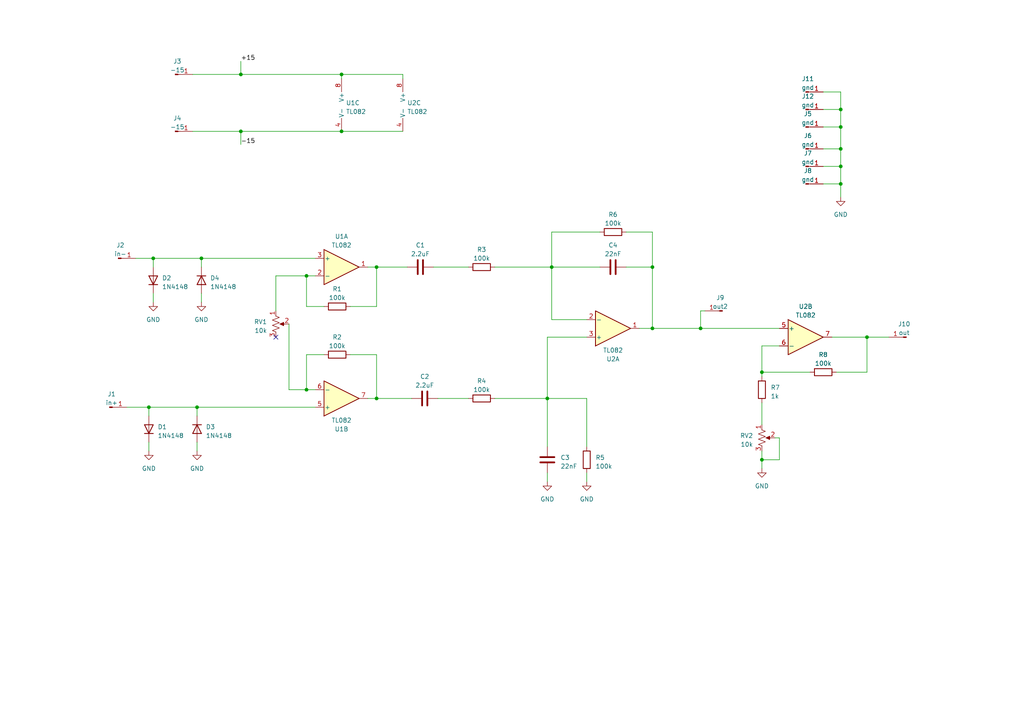
<source format=kicad_sch>
(kicad_sch (version 20230121) (generator eeschema)
  (paper "A4")
  (lib_symbols
    (symbol "Amplifier_Operational:TL082" (pin_names (offset 0.127))
      (property "Reference" "U" (at 0 5.08 0))
      (property "Value" "TL082" (at 0 -5.08 0))
      (symbol "TL082_1_1"
        (polyline (pts (xy -5.08 5.08) (xy 5.08 0) (xy -5.08 -5.08) (xy -5.08 5.08)) (stroke (width 0.254)) (fill (type background)))
        (pin output line (at 7.62 0 180) (length 2.54) (name "~") (number "1"))
        (pin input line (at -7.62 -2.54 0) (length 2.54) (name "-") (number "2"))
        (pin input line (at -7.62 2.54 0) (length 2.54) (name "+") (number "3"))
      )
      (symbol "TL082_2_1"
        (polyline (pts (xy -5.08 5.08) (xy 5.08 0) (xy -5.08 -5.08) (xy -5.08 5.08)) (stroke (width 0.254)) (fill (type background)))
        (pin input line (at -7.62 2.54 0) (length 2.54) (name "+") (number "5"))
        (pin input line (at -7.62 -2.54 0) (length 2.54) (name "-") (number "6"))
        (pin output line (at 7.62 0 180) (length 2.54) (name "~") (number "7"))
      )
      (symbol "TL082_3_1"
        (pin power_in line (at -2.54 -7.62 90) (length 3.81) (name "V-") (number "4"))
        (pin power_in line (at -2.54 7.62 270) (length 3.81) (name "V+") (number "8"))
      )
    )
    (symbol "Connector:Conn_01x01_Pin" (pin_names (offset 1.016) hide)
      (property "Reference" "J" (at 0 2.54 0))
      (property "Value" "Conn_01x01_Pin" (at 0 -2.54 0))
      (symbol "Conn_01x01_Pin_1_1"
        (polyline (pts (xy 1.27 0) (xy 0.8636 0)) (stroke (width 0.1524)))
        (rectangle (start 0.8636 0.127) (end 0 -0.127) (stroke (width 0.1524)) (fill (type outline)))
        (pin passive line (at 5.08 0 180) (length 3.81) (name "Pin_1") (number "1"))
      )
    )
    (symbol "Device:C" (pin_numbers hide) (pin_names (offset 0.254))
      (property "Reference" "C" (at 0.635 2.54 0))
      (property "Value" "C" (at 0.635 -2.54 0))
      (symbol "C_0_1"
        (polyline (pts (xy -2.032 -0.762) (xy 2.032 -0.762)) (stroke (width 0.508)))
        (polyline (pts (xy -2.032 0.762) (xy 2.032 0.762)) (stroke (width 0.508)))
      )
      (symbol "C_1_1"
        (pin passive line (at 0 3.81 270) (length 2.794) (name "~") (number "1"))
        (pin passive line (at 0 -3.81 90) (length 2.794) (name "~") (number "2"))
      )
    )
    (symbol "Device:R" (pin_numbers hide) (pin_names (offset 0))
      (property "Reference" "R" (at 2.032 0 90))
      (property "Value" "R" (at 0 0 90))
      (symbol "R_0_1"
        (rectangle (start -1.016 -2.54) (end 1.016 2.54) (stroke (width 0.254)))
      )
      (symbol "R_1_1"
        (pin passive line (at 0 3.81 270) (length 1.27) (name "~") (number "1"))
        (pin passive line (at 0 -3.81 90) (length 1.27) (name "~") (number "2"))
      )
    )
    (symbol "Device:R_Potentiometer_US" (pin_names (offset 1.016) hide)
      (property "Reference" "RV" (at -4.445 0 90))
      (property "Value" "R_Potentiometer_US" (at -2.54 0 90))
      (symbol "R_Potentiometer_US_0_1"
        (polyline (pts (xy 0 -2.286) (xy 0 -2.54)))
        (polyline (pts (xy 0 2.54) (xy 0 2.286)))
        (polyline (pts (xy 2.54 0) (xy 1.524 0)))
        (polyline (pts (xy 1.143 0) (xy 2.286 0.508) (xy 2.286 -0.508) (xy 1.143 0)) (fill (type outline)))
        (polyline (pts (xy 0 -0.762) (xy 1.016 -1.143) (xy 0 -1.524) (xy -1.016 -1.905) (xy 0 -2.286)))
        (polyline (pts (xy 0 0.762) (xy 1.016 0.381) (xy 0 0) (xy -1.016 -0.381) (xy 0 -0.762)))
        (polyline (pts (xy 0 2.286) (xy 1.016 1.905) (xy 0 1.524) (xy -1.016 1.143) (xy 0 0.762)))
      )
      (symbol "R_Potentiometer_US_1_1"
        (pin passive line (at 0 3.81 270) (length 1.27) (name "1") (number "1"))
        (pin passive line (at 3.81 0 180) (length 1.27) (name "2") (number "2"))
        (pin passive line (at 0 -3.81 90) (length 1.27) (name "3") (number "3"))
      )
    )
    (symbol "Diode:1N4148" (pin_numbers hide) (pin_names hide)
      (property "Reference" "D" (at 0 2.54 0))
      (property "Value" "1N4148" (at 0 -2.54 0))
      (symbol "1N4148_0_1"
        (polyline (pts (xy -1.27 1.27) (xy -1.27 -1.27)) (stroke (width 0.254)))
        (polyline (pts (xy 1.27 0) (xy -1.27 0)))
        (polyline (pts (xy 1.27 1.27) (xy 1.27 -1.27) (xy -1.27 0) (xy 1.27 1.27)) (stroke (width 0.254)))
      )
      (symbol "1N4148_1_1"
        (pin passive line (at -3.81 0 0) (length 2.54) (name "K") (number "1"))
        (pin passive line (at 3.81 0 180) (length 2.54) (name "A") (number "2"))
      )
    )
    (symbol "power:GND" (power) (pin_names (offset 0))
      (property "Value" "GND" (at 0 -3.81 0))
      (symbol "GND_0_1"
        (polyline (pts (xy 0 0) (xy 0 -1.27) (xy 1.27 -1.27) (xy 0 -2.54) (xy -1.27 -1.27) (xy 0 -1.27)))
      )
      (symbol "GND_1_1"
        (pin power_in line (at 0 0 270) (length 0) hide (name "GND") (number "1"))
      )
    )
  )
  (junction (at 158.75 115.57))
  (junction (at 99.06 21.59))
  (junction (at 109.22 115.57))
  (junction (at 43.18 118.11))
  (junction (at 220.98 107.95))
  (junction (at 99.06 38.1))
  (junction (at 243.84 48.26))
  (junction (at 58.42 74.93))
  (junction (at 243.84 31.75))
  (junction (at 57.15 118.11))
  (junction (at 189.23 95.25))
  (junction (at 88.9 113.03))
  (junction (at 243.84 36.83))
  (junction (at 109.22 77.47))
  (junction (at 69.85 21.59))
  (junction (at 160.02 77.47))
  (junction (at 220.98 133.35))
  (junction (at 243.84 43.18))
  (junction (at 44.45 74.93))
  (junction (at 203.2 95.25))
  (junction (at 88.9 80.01))
  (junction (at 69.85 38.1))
  (junction (at 243.84 53.34))
  (junction (at 189.23 77.47))
  (junction (at 251.46 97.79))
  (no_connect (at 80.01 97.79))
  (wire (pts (xy 204.47 90.17) (xy 203.2 90.17)))
  (wire (pts (xy 170.18 97.79) (xy 158.75 97.79)))
  (wire (pts (xy 57.15 128.27) (xy 57.15 130.81)))
  (wire (pts (xy 251.46 107.95) (xy 251.46 97.79)))
  (wire (pts (xy 203.2 95.25) (xy 226.06 95.25)))
  (wire (pts (xy 44.45 77.47) (xy 44.45 74.93)))
  (wire (pts (xy 160.02 67.31) (xy 160.02 77.47)))
  (wire (pts (xy 99.06 21.59) (xy 99.06 22.86)))
  (wire (pts (xy 170.18 92.71) (xy 160.02 92.71)))
  (wire (pts (xy 109.22 77.47) (xy 118.11 77.47)))
  (wire (pts (xy 158.75 137.16) (xy 158.75 139.7)))
  (wire (pts (xy 80.01 90.17) (xy 80.01 80.01)))
  (wire (pts (xy 93.98 102.87) (xy 88.9 102.87)))
  (wire (pts (xy 57.15 118.11) (xy 57.15 120.65)))
  (wire (pts (xy 106.68 115.57) (xy 109.22 115.57)))
  (wire (pts (xy 220.98 133.35) (xy 220.98 135.89)))
  (wire (pts (xy 58.42 74.93) (xy 91.44 74.93)))
  (wire (pts (xy 226.06 127) (xy 226.06 133.35)))
  (wire (pts (xy 160.02 77.47) (xy 173.99 77.47)))
  (wire (pts (xy 39.37 74.93) (xy 44.45 74.93)))
  (wire (pts (xy 189.23 95.25) (xy 203.2 95.25)))
  (wire (pts (xy 88.9 102.87) (xy 88.9 113.03)))
  (wire (pts (xy 43.18 118.11) (xy 57.15 118.11)))
  (wire (pts (xy 109.22 115.57) (xy 119.38 115.57)))
  (wire (pts (xy 243.84 36.83) (xy 243.84 43.18)))
  (wire (pts (xy 251.46 97.79) (xy 241.3 97.79)))
  (wire (pts (xy 224.79 127) (xy 226.06 127)))
  (wire (pts (xy 238.76 43.18) (xy 243.84 43.18)))
  (wire (pts (xy 55.88 38.1) (xy 69.85 38.1)))
  (wire (pts (xy 170.18 115.57) (xy 170.18 129.54)))
  (wire (pts (xy 58.42 85.09) (xy 58.42 87.63)))
  (wire (pts (xy 238.76 36.83) (xy 243.84 36.83)))
  (wire (pts (xy 88.9 80.01) (xy 91.44 80.01)))
  (wire (pts (xy 101.6 88.9) (xy 109.22 88.9)))
  (wire (pts (xy 125.73 77.47) (xy 135.89 77.47)))
  (wire (pts (xy 57.15 118.11) (xy 91.44 118.11)))
  (wire (pts (xy 55.88 21.59) (xy 69.85 21.59)))
  (wire (pts (xy 69.85 17.78) (xy 69.85 21.59)))
  (wire (pts (xy 36.83 118.11) (xy 43.18 118.11)))
  (wire (pts (xy 127 115.57) (xy 135.89 115.57)))
  (wire (pts (xy 173.99 67.31) (xy 160.02 67.31)))
  (wire (pts (xy 220.98 130.81) (xy 220.98 133.35)))
  (wire (pts (xy 189.23 67.31) (xy 189.23 77.47)))
  (wire (pts (xy 243.84 43.18) (xy 243.84 48.26)))
  (wire (pts (xy 44.45 85.09) (xy 44.45 87.63)))
  (wire (pts (xy 43.18 120.65) (xy 43.18 118.11)))
  (wire (pts (xy 88.9 113.03) (xy 83.82 113.03)))
  (wire (pts (xy 158.75 97.79) (xy 158.75 115.57)))
  (wire (pts (xy 106.68 77.47) (xy 109.22 77.47)))
  (wire (pts (xy 88.9 88.9) (xy 88.9 80.01)))
  (wire (pts (xy 160.02 77.47) (xy 143.51 77.47)))
  (wire (pts (xy 189.23 77.47) (xy 181.61 77.47)))
  (wire (pts (xy 109.22 102.87) (xy 109.22 115.57)))
  (wire (pts (xy 251.46 97.79) (xy 257.81 97.79)))
  (wire (pts (xy 226.06 100.33) (xy 220.98 100.33)))
  (wire (pts (xy 243.84 26.67) (xy 243.84 31.75)))
  (wire (pts (xy 234.95 107.95) (xy 220.98 107.95)))
  (wire (pts (xy 181.61 67.31) (xy 189.23 67.31)))
  (wire (pts (xy 109.22 88.9) (xy 109.22 77.47)))
  (wire (pts (xy 243.84 48.26) (xy 243.84 53.34)))
  (wire (pts (xy 220.98 116.84) (xy 220.98 123.19)))
  (wire (pts (xy 69.85 38.1) (xy 99.06 38.1)))
  (wire (pts (xy 238.76 53.34) (xy 243.84 53.34)))
  (wire (pts (xy 220.98 107.95) (xy 220.98 109.22)))
  (wire (pts (xy 99.06 38.1) (xy 116.84 38.1)))
  (wire (pts (xy 91.44 113.03) (xy 88.9 113.03)))
  (wire (pts (xy 158.75 115.57) (xy 158.75 129.54)))
  (wire (pts (xy 185.42 95.25) (xy 189.23 95.25)))
  (wire (pts (xy 83.82 93.98) (xy 83.82 113.03)))
  (wire (pts (xy 203.2 90.17) (xy 203.2 95.25)))
  (wire (pts (xy 69.85 21.59) (xy 99.06 21.59)))
  (wire (pts (xy 160.02 92.71) (xy 160.02 77.47)))
  (wire (pts (xy 243.84 53.34) (xy 243.84 57.15)))
  (wire (pts (xy 44.45 74.93) (xy 58.42 74.93)))
  (wire (pts (xy 226.06 133.35) (xy 220.98 133.35)))
  (wire (pts (xy 158.75 115.57) (xy 170.18 115.57)))
  (wire (pts (xy 242.57 107.95) (xy 251.46 107.95)))
  (wire (pts (xy 238.76 31.75) (xy 243.84 31.75)))
  (wire (pts (xy 189.23 95.25) (xy 189.23 77.47)))
  (wire (pts (xy 116.84 21.59) (xy 99.06 21.59)))
  (wire (pts (xy 238.76 26.67) (xy 243.84 26.67)))
  (wire (pts (xy 93.98 88.9) (xy 88.9 88.9)))
  (wire (pts (xy 143.51 115.57) (xy 158.75 115.57)))
  (wire (pts (xy 101.6 102.87) (xy 109.22 102.87)))
  (wire (pts (xy 43.18 128.27) (xy 43.18 130.81)))
  (wire (pts (xy 220.98 100.33) (xy 220.98 107.95)))
  (wire (pts (xy 238.76 48.26) (xy 243.84 48.26)))
  (wire (pts (xy 80.01 80.01) (xy 88.9 80.01)))
  (wire (pts (xy 69.85 38.1) (xy 69.85 41.91)))
  (wire (pts (xy 116.84 22.86) (xy 116.84 21.59)))
  (wire (pts (xy 58.42 74.93) (xy 58.42 77.47)))
  (wire (pts (xy 243.84 31.75) (xy 243.84 36.83)))
  (wire (pts (xy 170.18 137.16) (xy 170.18 139.7)))
  (label "+15" (at 69.85 17.78 0))
  (label "-15" (at 69.85 41.91 0))
  (symbol (lib_id "Device:C") (at 177.8 77.47 270) (unit 1)
    (property "Reference" "C4" (at 177.8 71.12 90))
    (property "Value" "22nF" (at 177.8 73.66 90))
    (property "Footprint" "Capacitor_THT:CP_Radial_D5.0mm_P2.50mm" (effects hide))
  )
  (symbol (lib_id "Device:C") (at 123.19 115.57 90) (unit 1)
    (property "Reference" "C2" (at 123.19 109.22 90))
    (property "Value" "2.2uF" (at 123.19 111.76 90))
    (property "Footprint" "Capacitor_THT:CP_Radial_D5.0mm_P2.50mm" (effects hide))
  )
  (symbol (lib_id "Connector:Conn_01x01_Pin") (at 233.68 31.75 0) (unit 1)
    (property "Reference" "J12" (at 234.315 27.94 0))
    (property "Value" "gnd" (at 234.315 30.48 0))
    (property "Footprint" "Connector_Pin:Pin_D1.0mm_L10.0mm" (effects hide))
  )
  (symbol (lib_id "power:GND") (at 170.18 139.7 0) (unit 1)
    (property "Reference" "#PWR07" (effects hide))
    (property "Value" "GND" (at 170.18 144.78 0))
  )
  (symbol (lib_id "power:GND") (at 57.15 130.81 0) (unit 1)
    (property "Reference" "#PWR03" (effects hide))
    (property "Value" "GND" (at 57.15 135.89 0))
  )
  (symbol (lib_id "Connector:Conn_01x01_Pin") (at 233.68 26.67 0) (unit 1)
    (property "Reference" "J11" (at 234.315 22.86 0))
    (property "Value" "gnd" (at 234.315 25.4 0))
    (property "Footprint" "Connector_Pin:Pin_D1.0mm_L10.0mm" (effects hide))
  )
  (symbol (lib_id "Connector:Conn_01x01_Pin") (at 262.89 97.79 180) (unit 1)
    (property "Reference" "J10" (at 262.255 93.98 0))
    (property "Value" "out" (at 262.255 96.52 0))
    (property "Footprint" "Connector_Pin:Pin_D1.0mm_L10.0mm" (effects hide))
  )
  (symbol (lib_id "Diode:1N4148") (at 43.18 124.46 90) (unit 1)
    (property "Reference" "D1" (at 45.72 123.825 90) (effects (justify right)))
    (property "Value" "1N4148" (at 45.72 126.365 90) (effects (justify right)))
    (property "Footprint" "Diode_THT:D_DO-35_SOD27_P7.62mm_Horizontal" (effects hide))
    (property "Datasheet" "https://assets.nexperia.com/documents/data-sheet/1N4148_1N4448.pdf" (effects hide))
    (property "Sim.Device" "D" (effects hide))
    (property "Sim.Pins" "1=K 2=A" (effects hide))
  )
  (symbol (lib_id "Connector:Conn_01x01_Pin") (at 233.68 43.18 0) (unit 1)
    (property "Reference" "J6" (at 234.315 39.37 0))
    (property "Value" "gnd" (at 234.315 41.91 0))
    (property "Footprint" "Connector_Pin:Pin_D1.0mm_L10.0mm" (effects hide))
  )
  (symbol (lib_id "Device:R_Potentiometer_US") (at 80.01 93.98 0) (unit 1)
    (property "Reference" "RV1" (at 77.47 93.345 0) (effects (justify right)))
    (property "Value" "10k" (at 77.47 95.885 0) (effects (justify right)))
    (property "Footprint" "Potentiometer_THT:Potentiometer_Bourns_3266Y_Vertical" (effects hide))
  )
  (symbol (lib_id "Connector:Conn_01x01_Pin") (at 233.68 36.83 0) (unit 1)
    (property "Reference" "J5" (at 234.315 33.02 0))
    (property "Value" "gnd" (at 234.315 35.56 0))
    (property "Footprint" "Connector_Pin:Pin_D1.0mm_L10.0mm" (effects hide))
  )
  (symbol (lib_id "power:GND") (at 44.45 87.63 0) (unit 1)
    (property "Reference" "#PWR02" (effects hide))
    (property "Value" "GND" (at 44.45 92.71 0))
  )
  (symbol (lib_id "Connector:Conn_01x01_Pin") (at 31.75 118.11 0) (unit 1)
    (property "Reference" "J1" (at 32.385 114.3 0))
    (property "Value" "in+" (at 32.385 116.84 0))
    (property "Footprint" "Connector_Pin:Pin_D1.0mm_L10.0mm" (effects hide))
  )
  (symbol (lib_id "Device:R_Potentiometer_US") (at 220.98 127 0) (unit 1)
    (property "Reference" "RV2" (at 218.44 126.365 0) (effects (justify right)))
    (property "Value" "10k" (at 218.44 128.905 0) (effects (justify right)))
    (property "Footprint" "Potentiometer_THT:Potentiometer_Bourns_3266Y_Vertical" (effects hide))
  )
  (symbol (lib_id "Device:R") (at 97.79 102.87 90) (unit 1)
    (property "Reference" "R2" (at 97.79 97.79 90))
    (property "Value" "100k" (at 97.79 100.33 90))
    (property "Footprint" "Resistor_THT:R_Axial_DIN0207_L6.3mm_D2.5mm_P7.62mm_Horizontal" (effects hide))
  )
  (symbol (lib_id "Device:R") (at 139.7 77.47 90) (unit 1)
    (property "Reference" "R3" (at 139.7 72.39 90))
    (property "Value" "100k" (at 139.7 74.93 90))
    (property "Footprint" "Resistor_THT:R_Axial_DIN0207_L6.3mm_D2.5mm_P7.62mm_Horizontal" (effects hide))
  )
  (symbol (lib_id "Amplifier_Operational:TL082") (at 177.8 95.25 0) (mirror x) (unit 1)
    (property "Reference" "U2" (at 177.8 104.14 0))
    (property "Value" "TL082" (at 177.8 101.6 0))
    (property "Footprint" "Package_DIP:DIP-8_W10.16mm_LongPads" (effects hide))
    (property "Datasheet" "http://www.ti.com/lit/ds/symlink/tl081.pdf" (effects hide))
  )
  (symbol (lib_id "Amplifier_Operational:TL082") (at 233.68 97.79 0) (unit 2)
    (property "Reference" "U2" (at 233.68 88.9 0))
    (property "Value" "TL082" (at 233.68 91.44 0))
    (property "Footprint" "Package_DIP:DIP-8_W10.16mm_LongPads" (effects hide))
    (property "Datasheet" "http://www.ti.com/lit/ds/symlink/tl081.pdf" (effects hide))
  )
  (symbol (lib_id "Amplifier_Operational:TL082") (at 119.38 30.48 0) (unit 3)
    (property "Reference" "U2" (at 118.11 29.845 0) (effects (justify left)))
    (property "Value" "TL082" (at 118.11 32.385 0) (effects (justify left)))
    (property "Footprint" "Package_DIP:DIP-8_W10.16mm_LongPads" (effects hide))
    (property "Datasheet" "http://www.ti.com/lit/ds/symlink/tl081.pdf" (effects hide))
  )
  (symbol (lib_id "Device:R") (at 97.79 88.9 90) (unit 1)
    (property "Reference" "R1" (at 97.79 83.82 90))
    (property "Value" "100k" (at 97.79 86.36 90))
    (property "Footprint" "Resistor_THT:R_Axial_DIN0207_L6.3mm_D2.5mm_P7.62mm_Horizontal" (effects hide))
  )
  (symbol (lib_id "Connector:Conn_01x01_Pin") (at 34.29 74.93 0) (unit 1)
    (property "Reference" "J2" (at 34.925 71.12 0))
    (property "Value" "in-" (at 34.925 73.66 0))
    (property "Footprint" "Connector_Pin:Pin_D1.0mm_L10.0mm" (effects hide))
  )
  (symbol (lib_id "power:GND") (at 58.42 87.63 0) (unit 1)
    (property "Reference" "#PWR04" (effects hide))
    (property "Value" "GND" (at 58.42 92.71 0))
  )
  (symbol (lib_id "Amplifier_Operational:TL082") (at 101.6 30.48 0) (unit 3)
    (property "Reference" "U1" (at 100.33 29.845 0) (effects (justify left)))
    (property "Value" "TL082" (at 100.33 32.385 0) (effects (justify left)))
    (property "Footprint" "Package_DIP:DIP-8_W10.16mm_LongPads" (effects hide))
    (property "Datasheet" "http://www.ti.com/lit/ds/symlink/tl081.pdf" (effects hide))
  )
  (symbol (lib_id "Diode:1N4148") (at 58.42 81.28 270) (unit 1)
    (property "Reference" "D4" (at 60.96 80.645 90) (effects (justify left)))
    (property "Value" "1N4148" (at 60.96 83.185 90) (effects (justify left)))
    (property "Footprint" "Diode_THT:D_DO-35_SOD27_P7.62mm_Horizontal" (effects hide))
    (property "Datasheet" "https://assets.nexperia.com/documents/data-sheet/1N4148_1N4448.pdf" (effects hide))
    (property "Sim.Device" "D" (effects hide))
    (property "Sim.Pins" "1=K 2=A" (effects hide))
  )
  (symbol (lib_id "Device:R") (at 220.98 113.03 0) (unit 1)
    (property "Reference" "R7" (at 223.52 112.395 0) (effects (justify left)))
    (property "Value" "1k" (at 223.52 114.935 0) (effects (justify left)))
    (property "Footprint" "Resistor_THT:R_Axial_DIN0207_L6.3mm_D2.5mm_P7.62mm_Horizontal" (effects hide))
  )
  (symbol (lib_id "Connector:Conn_01x01_Pin") (at 209.55 90.17 180) (unit 1)
    (property "Reference" "J9" (at 208.915 86.36 0))
    (property "Value" "out2" (at 208.915 88.9 0))
    (property "Footprint" "Connector_Pin:Pin_D1.0mm_L10.0mm" (effects hide))
  )
  (symbol (lib_id "Diode:1N4148") (at 44.45 81.28 90) (unit 1)
    (property "Reference" "D2" (at 46.99 80.645 90) (effects (justify right)))
    (property "Value" "1N4148" (at 46.99 83.185 90) (effects (justify right)))
    (property "Footprint" "Diode_THT:D_DO-35_SOD27_P7.62mm_Horizontal" (effects hide))
    (property "Datasheet" "https://assets.nexperia.com/documents/data-sheet/1N4148_1N4448.pdf" (effects hide))
    (property "Sim.Device" "D" (effects hide))
    (property "Sim.Pins" "1=K 2=A" (effects hide))
  )
  (symbol (lib_id "Connector:Conn_01x01_Pin") (at 233.68 48.26 0) (unit 1)
    (property "Reference" "J7" (at 234.315 44.45 0))
    (property "Value" "gnd" (at 234.315 46.99 0))
    (property "Footprint" "Connector_Pin:Pin_D1.0mm_L10.0mm" (effects hide))
  )
  (symbol (lib_id "Device:R") (at 177.8 67.31 90) (unit 1)
    (property "Reference" "R6" (at 177.8 62.23 90))
    (property "Value" "100k" (at 177.8 64.77 90))
    (property "Footprint" "Resistor_THT:R_Axial_DIN0207_L6.3mm_D2.5mm_P7.62mm_Horizontal" (effects hide))
  )
  (symbol (lib_id "Diode:1N4148") (at 57.15 124.46 270) (unit 1)
    (property "Reference" "D3" (at 59.69 123.825 90) (effects (justify left)))
    (property "Value" "1N4148" (at 59.69 126.365 90) (effects (justify left)))
    (property "Footprint" "Diode_THT:D_DO-35_SOD27_P7.62mm_Horizontal" (effects hide))
    (property "Datasheet" "https://assets.nexperia.com/documents/data-sheet/1N4148_1N4448.pdf" (effects hide))
    (property "Sim.Device" "D" (effects hide))
    (property "Sim.Pins" "1=K 2=A" (effects hide))
  )
  (symbol (lib_id "power:GND") (at 220.98 135.89 0) (unit 1)
    (property "Reference" "#PWR08" (effects hide))
    (property "Value" "GND" (at 220.98 140.97 0))
  )
  (symbol (lib_id "Connector:Conn_01x01_Pin") (at 50.8 38.1 0) (unit 1)
    (property "Reference" "J4" (at 51.435 34.29 0))
    (property "Value" "-15" (at 51.435 36.83 0))
    (property "Footprint" "Connector_Pin:Pin_D1.0mm_L10.0mm" (effects hide))
  )
  (symbol (lib_id "Connector:Conn_01x01_Pin") (at 50.8 21.59 0) (unit 1)
    (property "Reference" "J3" (at 51.435 17.78 0))
    (property "Value" "-15" (at 51.435 20.32 0))
    (property "Footprint" "Connector_Pin:Pin_D1.0mm_L10.0mm" (effects hide))
  )
  (symbol (lib_id "power:GND") (at 243.84 57.15 0) (unit 1)
    (property "Reference" "#PWR06" (effects hide))
    (property "Value" "GND" (at 243.84 62.23 0))
  )
  (symbol (lib_id "Device:C") (at 121.92 77.47 270) (unit 1)
    (property "Reference" "C1" (at 121.92 71.12 90))
    (property "Value" "2.2uF" (at 121.92 73.66 90))
    (property "Footprint" "Capacitor_THT:CP_Radial_D5.0mm_P2.50mm" (effects hide))
  )
  (symbol (lib_id "Connector:Conn_01x01_Pin") (at 233.68 53.34 0) (unit 1)
    (property "Reference" "J8" (at 234.315 49.53 0))
    (property "Value" "gnd" (at 234.315 52.07 0))
    (property "Footprint" "Connector_Pin:Pin_D1.0mm_L10.0mm" (effects hide))
  )
  (symbol (lib_id "Device:R") (at 139.7 115.57 90) (unit 1)
    (property "Reference" "R4" (at 139.7 110.49 90))
    (property "Value" "100k" (at 139.7 113.03 90))
    (property "Footprint" "Resistor_THT:R_Axial_DIN0207_L6.3mm_D2.5mm_P7.62mm_Horizontal" (effects hide))
  )
  (symbol (lib_id "power:GND") (at 43.18 130.81 0) (unit 1)
    (property "Reference" "#PWR01" (effects hide))
    (property "Value" "GND" (at 43.18 135.89 0))
  )
  (symbol (lib_id "Amplifier_Operational:TL082") (at 99.06 77.47 0) (unit 1)
    (property "Reference" "U1" (at 99.06 68.58 0))
    (property "Value" "TL082" (at 99.06 71.12 0))
    (property "Footprint" "Package_DIP:DIP-8_W10.16mm_LongPads" (effects hide))
    (property "Datasheet" "http://www.ti.com/lit/ds/symlink/tl081.pdf" (effects hide))
  )
  (symbol (lib_id "Device:R") (at 238.76 107.95 90) (unit 1)
    (property "Reference" "R8" (at 238.76 102.87 90))
    (property "Value" "100k" (at 238.76 105.41 90))
    (property "Footprint" "Resistor_THT:R_Axial_DIN0207_L6.3mm_D2.5mm_P7.62mm_Horizontal" (effects hide))
  )
  (symbol (lib_id "Amplifier_Operational:TL082") (at 99.06 115.57 0) (mirror x) (unit 2)
    (property "Reference" "U1" (at 99.06 124.46 0))
    (property "Value" "TL082" (at 99.06 121.92 0))
    (property "Footprint" "Package_DIP:DIP-8_W10.16mm_LongPads" (effects hide))
    (property "Datasheet" "http://www.ti.com/lit/ds/symlink/tl081.pdf" (effects hide))
  )
  (symbol (lib_id "power:GND") (at 158.75 139.7 0) (unit 1)
    (property "Reference" "#PWR05" (effects hide))
    (property "Value" "GND" (at 158.75 144.78 0))
  )
  (symbol (lib_id "Device:R") (at 170.18 133.35 0) (unit 1)
    (property "Reference" "R5" (at 172.72 132.715 0) (effects (justify left)))
    (property "Value" "100k" (at 172.72 135.255 0) (effects (justify left)))
    (property "Footprint" "Resistor_THT:R_Axial_DIN0207_L6.3mm_D2.5mm_P7.62mm_Horizontal" (effects hide))
  )
  (symbol (lib_id "Device:C") (at 158.75 133.35 0) (unit 1)
    (property "Reference" "C3" (at 162.56 132.715 0) (effects (justify left)))
    (property "Value" "22nF" (at 162.56 135.255 0) (effects (justify left)))
    (property "Footprint" "Capacitor_THT:CP_Radial_D5.0mm_P2.50mm" (effects hide))
  )
)
</source>
